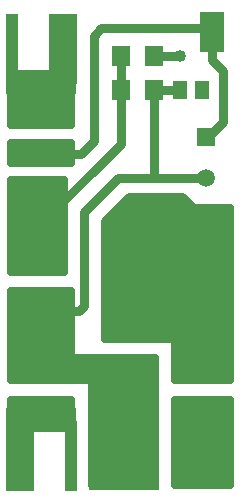
<source format=gbr>
G04 DipTrace 3.3.1.0*
G04 Top.gbr*
%MOMM*%
G04 #@! TF.FileFunction,Copper,L1,Top*
G04 #@! TF.Part,Single*
G04 #@! TA.AperFunction,Conductor*
%ADD13C,0.8*%
G04 #@! TA.AperFunction,CopperBalancing*
%ADD14C,0.5*%
%ADD16R,1.3X1.5*%
G04 #@! TA.AperFunction,ComponentPad*
%ADD17R,1.5X1.5*%
%ADD18C,1.5*%
%ADD20R,2.1X1.4*%
%ADD22R,1.6X0.8*%
%ADD23R,6.0X2.0*%
%ADD24R,6.0X6.0*%
%ADD25R,2.0X3.4*%
%ADD26R,2.4X6.0*%
%ADD27R,1.0X6.0*%
%ADD29R,3.95X1.5*%
%ADD30R,9.7X10.4*%
%ADD31R,1.6X1.8*%
G04 #@! TA.AperFunction,ViaPad*
%ADD32C,1.016*%
%FSLAX35Y35*%
G04*
G71*
G90*
G75*
G01*
G04 Top*
%LPD*%
X2746250Y3682123D2*
D13*
X2301750D1*
Y4429000D1*
X2524000D1*
X2301750D2*
Y3682873D1*
X2000123D1*
X1714373Y3397123D1*
Y2603373D1*
X1666737Y2555737D1*
X1333373D1*
X2714000Y4429000D2*
D3*
X2021750Y4714750D2*
Y4429000D1*
Y3974373D1*
X1333373Y3285997D1*
Y3063750D1*
X2524000Y4714750D2*
X2301750D1*
X2793873Y4921127D2*
Y4683000D1*
X2889123Y4587750D1*
Y4159123D1*
X2762123Y4032123D1*
X2746250D1*
X1269873Y3889227D2*
X1682603D1*
X1793750Y4000373D1*
Y4889373D1*
X1857250Y4952873D1*
X2793873D1*
Y4921127D1*
D32*
X2714000Y4429000D3*
X2524000Y4714750D3*
X1158750Y1634997D3*
X1285750D3*
X1412750D3*
X1539750D3*
X1158750Y4492500D3*
X1285750D3*
X1412750D3*
X1539750D3*
X1158750Y4381373D3*
X1285750D3*
X1412750D3*
X1539750D3*
X1158750Y1762000D3*
X1285750D3*
X1412750D3*
X1539750D3*
X2651003Y1127000D3*
X2778003D3*
X2904997D3*
X2651003Y1238127D3*
X2778007D3*
X2905000D3*
X2651003Y1349250D3*
X2778007D3*
X1984250Y2381123D3*
X2111250D3*
X2238250Y2381120D3*
X2365250Y2381123D3*
X2492250D3*
X2619250Y2381127D3*
X2746250Y2381123D3*
X2873250Y2381127D3*
X1984250Y2508127D3*
X2111250D3*
X2238250Y2508120D3*
X2365250Y2508127D3*
X2492250D3*
X2619250D3*
X2746250D3*
X2873250D3*
X1984250Y2635123D3*
X2111250D3*
X2238250Y2635117D3*
X2365250Y2635123D3*
X2492250D3*
X2619250D3*
X2746250D3*
X2873250D3*
X1984250Y2762123D3*
X2111250D3*
X2238250Y2762120D3*
X2365250Y2762123D3*
X2492250D3*
X2619250D3*
X2746250D3*
X2873250D3*
X1984250Y2889123D3*
X2111250D3*
X2238250Y2889117D3*
X2365250Y2889123D3*
X2492250D3*
X2619250D3*
X2746250D3*
X2873250D3*
X1984250Y3016123D3*
X2111250D3*
X2238250Y3016117D3*
X2365250Y3016123D3*
X2492250D3*
X2619250D3*
X2746250D3*
X2873250D3*
X1984250Y3143123D3*
X2111250D3*
X2238250Y3143117D3*
X2365250Y3143123D3*
X2492250D3*
X2619250D3*
X2746250D3*
X2873250D3*
X1984250Y3270123D3*
X2111250D3*
X2238250Y3270117D3*
X2365250Y3270123D3*
X2492250D3*
X2619250D3*
X2746250D3*
X2873250D3*
X2111250Y3397123D3*
X2238250Y3397120D3*
X2365250Y3397123D3*
X2492250D3*
X2619250D3*
X2905000Y1349250D3*
X2651003Y1460373D3*
X2778007D3*
X2905000D3*
X2904997Y1571500D3*
X2905000Y1682627D3*
X2778003Y1571500D3*
X2524000Y1127000D3*
Y1238127D3*
Y1349250D3*
Y1460373D3*
X2474673Y1766707D2*
D14*
X2954400D1*
X2474673Y1717040D2*
X2954400D1*
X2474673Y1667373D2*
X2954400D1*
X2474673Y1617707D2*
X2954400D1*
X2474673Y1568040D2*
X2954400D1*
X2474673Y1518373D2*
X2954400D1*
X2474673Y1468707D2*
X2954400D1*
X2474673Y1419040D2*
X2954400D1*
X2474673Y1369373D2*
X2954400D1*
X2474673Y1319707D2*
X2954400D1*
X2474673Y1270040D2*
X2954400D1*
X2474673Y1220373D2*
X2954400D1*
X2474673Y1170707D2*
X2954400D1*
X2474673Y1121040D2*
X2954400D1*
X2959307Y1816373D2*
X2469673D1*
X2469627Y1072557D1*
X2959327Y1072627D1*
X2959373Y1816443D1*
X1093547Y4465460D2*
X1604990D1*
X1093547Y4415793D2*
X1604990D1*
X1093547Y4366127D2*
X1604990D1*
X1093547Y4316460D2*
X1604990D1*
X1093547Y4266793D2*
X1604990D1*
X1093547Y4217127D2*
X1604990D1*
X1093547Y4167460D2*
X1604990D1*
X1609933Y4515127D2*
X1088580D1*
X1088500Y4120583D1*
X1609920Y4120627D1*
X1610000Y4515170D1*
X1093547Y3941583D2*
X1604990D1*
X1093547Y3891917D2*
X1604990D1*
X1093547Y3842250D2*
X1604990D1*
X1609933Y3991250D2*
X1088580D1*
X1088500Y3803060D1*
X1609920Y3803127D1*
X1610000Y3991317D1*
X1093547Y1766710D2*
X1604990D1*
X1093547Y1717043D2*
X1604990D1*
X1093547Y1667377D2*
X1604990D1*
X1093547Y1617710D2*
X1604990D1*
X1088567Y1612377D2*
X1609920D1*
X1610000Y1816427D1*
X1088580Y1816377D1*
X1088500Y1612327D1*
X1093547Y2687457D2*
X1604990D1*
X1093547Y2637790D2*
X1604990D1*
X1093547Y2588123D2*
X1604990D1*
X1093547Y2538457D2*
X1604990D1*
X1093547Y2488790D2*
X1604990D1*
X1093547Y2439123D2*
X1604990D1*
X1093547Y2389457D2*
X1604990D1*
X1093547Y2339790D2*
X1604990D1*
X1093547Y2290123D2*
X1604990D1*
X1093547Y2240457D2*
X1604990D1*
X1093547Y2190790D2*
X1604990D1*
X1093547Y2141123D2*
X2319393D1*
X1093547Y2091457D2*
X2319393D1*
X1093547Y2041790D2*
X2319393D1*
X1093547Y1992123D2*
X2319393D1*
X1775407Y1942457D2*
X2319393D1*
X1776137Y1892790D2*
X2319393D1*
X1776137Y1843123D2*
X2319393D1*
X1776137Y1793457D2*
X2319393D1*
X1776137Y1743790D2*
X2319393D1*
X1776137Y1694123D2*
X2319393D1*
X1776137Y1644457D2*
X2319393D1*
X1776137Y1594790D2*
X2319393D1*
X1776137Y1545123D2*
X2319393D1*
X1776137Y1495457D2*
X2319393D1*
X1776137Y1445790D2*
X2319393D1*
X1776137Y1396123D2*
X2319393D1*
X1776137Y1346457D2*
X2319393D1*
X1776137Y1296790D2*
X2319393D1*
X1776137Y1247123D2*
X2319393D1*
X1776137Y1197457D2*
X2319393D1*
X1776137Y1147790D2*
X2319393D1*
X1776137Y1098123D2*
X2319393D1*
X1609933Y2737123D2*
X1088580D1*
X1088500Y1961590D1*
X1750033Y1961317D1*
X1757473Y1958900D1*
X1763800Y1954300D1*
X1768400Y1947973D1*
X1770817Y1940533D1*
X1771123Y1866623D1*
Y1072653D1*
X2324443Y1072627D1*
X2324373Y2165713D1*
X1631090Y2165933D1*
X1623650Y2168350D1*
X1617323Y2172950D1*
X1612723Y2179277D1*
X1610307Y2186717D1*
X1610000Y2260627D1*
Y2737047D1*
X2045160Y3481207D2*
X2590057D1*
X1995487Y3431540D2*
X2954367D1*
X1945810Y3381873D2*
X2954367D1*
X1896227Y3332207D2*
X2954367D1*
X1887297Y3282540D2*
X2954367D1*
X1887297Y3232873D2*
X2954367D1*
X1887297Y3183207D2*
X2954367D1*
X1887297Y3133540D2*
X2954367D1*
X1887297Y3083873D2*
X2954367D1*
X1887297Y3034207D2*
X2954367D1*
X1887297Y2984540D2*
X2954367D1*
X1887297Y2934873D2*
X2954367D1*
X1887297Y2885207D2*
X2954367D1*
X1887297Y2835540D2*
X2954367D1*
X1887297Y2785873D2*
X2954367D1*
X1887297Y2736207D2*
X2954367D1*
X1887297Y2686540D2*
X2954367D1*
X1887297Y2636873D2*
X2954367D1*
X1887297Y2587207D2*
X2954367D1*
X1887297Y2537540D2*
X2954367D1*
X1887297Y2487873D2*
X2954367D1*
X1887297Y2438207D2*
X2954367D1*
X1887297Y2388540D2*
X2954367D1*
X1887297Y2338873D2*
X2954367D1*
X2474367Y2289207D2*
X2954367D1*
X2474640Y2239540D2*
X2954367D1*
X2474640Y2189873D2*
X2954367D1*
X2474640Y2140207D2*
X2954367D1*
X2474640Y2090540D2*
X2954367D1*
X2474640Y2040873D2*
X2954367D1*
X2474640Y1991207D2*
X2954367D1*
X2469693Y1961627D2*
X2959327D1*
X2959373Y3435703D1*
X2647090Y3435933D1*
X2639650Y3438350D1*
X2633323Y3442950D1*
X2545397Y3530873D1*
X2089903D1*
X1882233Y3323253D1*
X1882250Y2310880D1*
X2448537Y2310570D1*
X2455977Y2308153D1*
X2462303Y2303553D1*
X2466903Y2297227D1*
X2469320Y2289787D1*
X2469627Y2215877D1*
Y1961670D1*
X1093547Y3624083D2*
X1541463D1*
X1093547Y3574417D2*
X1541463D1*
X1093547Y3524750D2*
X1541463D1*
X1093547Y3475083D2*
X1541463D1*
X1093547Y3425417D2*
X1541463D1*
X1093547Y3375750D2*
X1541463D1*
X1093547Y3326083D2*
X1541463D1*
X1093547Y3276417D2*
X1541463D1*
X1093547Y3226750D2*
X1541463D1*
X1093547Y3177083D2*
X1541463D1*
X1093547Y3127417D2*
X1541463D1*
X1093547Y3077750D2*
X1541463D1*
X1093547Y3028083D2*
X1541463D1*
X1093547Y2978417D2*
X1541463D1*
X1093547Y2928750D2*
X1541463D1*
X1088567Y2882373D2*
X1546483D1*
X1546500Y3673767D1*
X1088517Y3673750D1*
X1088500Y2882357D1*
D16*
X2524000Y4429000D3*
X2714000D3*
D17*
X2746250Y4032123D3*
D18*
Y3682123D3*
D20*
X2595450Y1690550D3*
Y2080537D3*
D22*
X1269873Y3889227D3*
Y4229227D3*
D23*
X1348500Y4493600D3*
D24*
X2048500Y1338830D3*
D23*
X1348500Y1638830D3*
D25*
X2793873Y4921127D3*
D26*
X1168500Y1333373D3*
D27*
X1598500D3*
X1098500Y4778250D3*
D26*
X1529500D3*
D29*
X1333373Y3063750D3*
Y2555737D3*
D30*
X2363373Y2809743D3*
D31*
X2301750Y4714750D3*
X2021750D3*
X2301750Y4429000D3*
X2021750D3*
M02*

</source>
